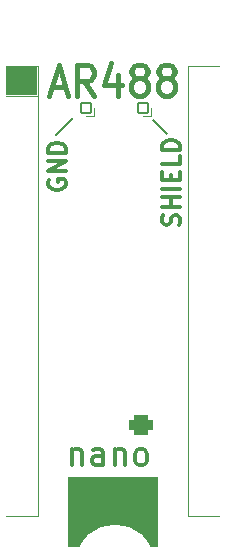
<source format=gto>
G04 #@! TF.GenerationSoftware,KiCad,Pcbnew,6.0.1-79c1e3a40b~116~ubuntu20.04.1*
G04 #@! TF.CreationDate,2022-01-18T16:33:52+01:00*
G04 #@! TF.ProjectId,Nano_GPIB,4e616e6f-5f47-4504-9942-2e6b69636164,rev?*
G04 #@! TF.SameCoordinates,Original*
G04 #@! TF.FileFunction,Legend,Top*
G04 #@! TF.FilePolarity,Positive*
%FSLAX46Y46*%
G04 Gerber Fmt 4.6, Leading zero omitted, Abs format (unit mm)*
G04 Created by KiCad (PCBNEW 6.0.1-79c1e3a40b~116~ubuntu20.04.1) date 2022-01-18 16:33:52*
%MOMM*%
%LPD*%
G01*
G04 APERTURE LIST*
G04 Aperture macros list*
%AMRoundRect*
0 Rectangle with rounded corners*
0 $1 Rounding radius*
0 $2 $3 $4 $5 $6 $7 $8 $9 X,Y pos of 4 corners*
0 Add a 4 corners polygon primitive as box body*
4,1,4,$2,$3,$4,$5,$6,$7,$8,$9,$2,$3,0*
0 Add four circle primitives for the rounded corners*
1,1,$1+$1,$2,$3*
1,1,$1+$1,$4,$5*
1,1,$1+$1,$6,$7*
1,1,$1+$1,$8,$9*
0 Add four rect primitives between the rounded corners*
20,1,$1+$1,$2,$3,$4,$5,0*
20,1,$1+$1,$4,$5,$6,$7,0*
20,1,$1+$1,$6,$7,$8,$9,0*
20,1,$1+$1,$8,$9,$2,$3,0*%
G04 Aperture macros list end*
%ADD10C,0.200000*%
%ADD11C,0.150000*%
%ADD12C,0.300000*%
%ADD13C,0.400000*%
%ADD14C,0.120000*%
%ADD15RoundRect,0.051000X0.425000X0.425000X-0.425000X0.425000X-0.425000X-0.425000X0.425000X-0.425000X0*%
%ADD16C,6.502000*%
%ADD17C,0.902000*%
%ADD18RoundRect,0.451000X0.600000X-0.400000X0.600000X0.400000X-0.600000X0.400000X-0.600000X-0.400000X0*%
%ADD19O,2.102000X1.702000*%
G04 APERTURE END LIST*
D10*
X100693739Y-88088447D02*
X99273739Y-89508447D01*
D11*
X99273739Y-89508447D02*
X100693739Y-88088447D01*
D10*
X107433739Y-88208447D02*
X108693739Y-89418447D01*
D12*
X100612442Y-116117428D02*
X100612442Y-117450761D01*
X100612442Y-116307904D02*
X100707680Y-116212666D01*
X100898157Y-116117428D01*
X101183871Y-116117428D01*
X101374347Y-116212666D01*
X101469585Y-116403142D01*
X101469585Y-117450761D01*
X103279109Y-117450761D02*
X103279109Y-116403142D01*
X103183871Y-116212666D01*
X102993395Y-116117428D01*
X102612442Y-116117428D01*
X102421966Y-116212666D01*
X103279109Y-117355523D02*
X103088633Y-117450761D01*
X102612442Y-117450761D01*
X102421966Y-117355523D01*
X102326728Y-117165047D01*
X102326728Y-116974571D01*
X102421966Y-116784095D01*
X102612442Y-116688857D01*
X103088633Y-116688857D01*
X103279109Y-116593619D01*
X104231490Y-116117428D02*
X104231490Y-117450761D01*
X104231490Y-116307904D02*
X104326728Y-116212666D01*
X104517204Y-116117428D01*
X104802919Y-116117428D01*
X104993395Y-116212666D01*
X105088633Y-116403142D01*
X105088633Y-117450761D01*
X106326728Y-117450761D02*
X106136252Y-117355523D01*
X106041014Y-117260285D01*
X105945776Y-117069809D01*
X105945776Y-116498380D01*
X106041014Y-116307904D01*
X106136252Y-116212666D01*
X106326728Y-116117428D01*
X106612442Y-116117428D01*
X106802919Y-116212666D01*
X106898157Y-116307904D01*
X106993395Y-116498380D01*
X106993395Y-117069809D01*
X106898157Y-117260285D01*
X106802919Y-117355523D01*
X106612442Y-117450761D01*
X106326728Y-117450761D01*
D13*
X98903739Y-85431780D02*
X100046596Y-85431780D01*
X98675167Y-86174637D02*
X99475167Y-83574637D01*
X100275167Y-86174637D01*
X102446596Y-86174637D02*
X101646596Y-84936542D01*
X101075167Y-86174637D02*
X101075167Y-83574637D01*
X101989453Y-83574637D01*
X102218024Y-83698447D01*
X102332310Y-83822256D01*
X102446596Y-84069875D01*
X102446596Y-84441304D01*
X102332310Y-84688923D01*
X102218024Y-84812732D01*
X101989453Y-84936542D01*
X101075167Y-84936542D01*
X104503739Y-84441304D02*
X104503739Y-86174637D01*
X103932310Y-83450827D02*
X103360881Y-85307970D01*
X104846596Y-85307970D01*
X106103739Y-84688923D02*
X105875167Y-84565113D01*
X105760881Y-84441304D01*
X105646596Y-84193685D01*
X105646596Y-84069875D01*
X105760881Y-83822256D01*
X105875167Y-83698447D01*
X106103739Y-83574637D01*
X106560881Y-83574637D01*
X106789453Y-83698447D01*
X106903739Y-83822256D01*
X107018024Y-84069875D01*
X107018024Y-84193685D01*
X106903739Y-84441304D01*
X106789453Y-84565113D01*
X106560881Y-84688923D01*
X106103739Y-84688923D01*
X105875167Y-84812732D01*
X105760881Y-84936542D01*
X105646596Y-85184161D01*
X105646596Y-85679399D01*
X105760881Y-85927018D01*
X105875167Y-86050827D01*
X106103739Y-86174637D01*
X106560881Y-86174637D01*
X106789453Y-86050827D01*
X106903739Y-85927018D01*
X107018024Y-85679399D01*
X107018024Y-85184161D01*
X106903739Y-84936542D01*
X106789453Y-84812732D01*
X106560881Y-84688923D01*
X108389453Y-84688923D02*
X108160881Y-84565113D01*
X108046596Y-84441304D01*
X107932310Y-84193685D01*
X107932310Y-84069875D01*
X108046596Y-83822256D01*
X108160881Y-83698447D01*
X108389453Y-83574637D01*
X108846596Y-83574637D01*
X109075167Y-83698447D01*
X109189453Y-83822256D01*
X109303739Y-84069875D01*
X109303739Y-84193685D01*
X109189453Y-84441304D01*
X109075167Y-84565113D01*
X108846596Y-84688923D01*
X108389453Y-84688923D01*
X108160881Y-84812732D01*
X108046596Y-84936542D01*
X107932310Y-85184161D01*
X107932310Y-85679399D01*
X108046596Y-85927018D01*
X108160881Y-86050827D01*
X108389453Y-86174637D01*
X108846596Y-86174637D01*
X109075167Y-86050827D01*
X109189453Y-85927018D01*
X109303739Y-85679399D01*
X109303739Y-85184161D01*
X109189453Y-84936542D01*
X109075167Y-84812732D01*
X108846596Y-84688923D01*
D12*
X109680881Y-97135589D02*
X109752310Y-96921304D01*
X109752310Y-96564161D01*
X109680881Y-96421304D01*
X109609453Y-96349875D01*
X109466596Y-96278447D01*
X109323739Y-96278447D01*
X109180881Y-96349875D01*
X109109453Y-96421304D01*
X109038024Y-96564161D01*
X108966596Y-96849875D01*
X108895167Y-96992732D01*
X108823739Y-97064161D01*
X108680881Y-97135589D01*
X108538024Y-97135589D01*
X108395167Y-97064161D01*
X108323739Y-96992732D01*
X108252310Y-96849875D01*
X108252310Y-96492732D01*
X108323739Y-96278447D01*
X109752310Y-95635589D02*
X108252310Y-95635589D01*
X108966596Y-95635589D02*
X108966596Y-94778447D01*
X109752310Y-94778447D02*
X108252310Y-94778447D01*
X109752310Y-94064161D02*
X108252310Y-94064161D01*
X108966596Y-93349875D02*
X108966596Y-92849875D01*
X109752310Y-92635589D02*
X109752310Y-93349875D01*
X108252310Y-93349875D01*
X108252310Y-92635589D01*
X109752310Y-91278447D02*
X109752310Y-91992732D01*
X108252310Y-91992732D01*
X109752310Y-90778447D02*
X108252310Y-90778447D01*
X108252310Y-90421304D01*
X108323739Y-90207018D01*
X108466596Y-90064161D01*
X108609453Y-89992732D01*
X108895167Y-89921304D01*
X109109453Y-89921304D01*
X109395167Y-89992732D01*
X109538024Y-90064161D01*
X109680881Y-90207018D01*
X109752310Y-90421304D01*
X109752310Y-90778447D01*
X98663739Y-93301304D02*
X98592310Y-93444161D01*
X98592310Y-93658447D01*
X98663739Y-93872732D01*
X98806596Y-94015589D01*
X98949453Y-94087018D01*
X99235167Y-94158447D01*
X99449453Y-94158447D01*
X99735167Y-94087018D01*
X99878024Y-94015589D01*
X100020881Y-93872732D01*
X100092310Y-93658447D01*
X100092310Y-93515589D01*
X100020881Y-93301304D01*
X99949453Y-93229875D01*
X99449453Y-93229875D01*
X99449453Y-93515589D01*
X100092310Y-92587018D02*
X98592310Y-92587018D01*
X100092310Y-91729875D01*
X98592310Y-91729875D01*
X100092310Y-91015589D02*
X98592310Y-91015589D01*
X98592310Y-90658447D01*
X98663739Y-90444161D01*
X98806596Y-90301304D01*
X98949453Y-90229875D01*
X99235167Y-90158447D01*
X99449453Y-90158447D01*
X99735167Y-90229875D01*
X99878024Y-90301304D01*
X100020881Y-90444161D01*
X100092310Y-90658447D01*
X100092310Y-91015589D01*
D11*
X103339014Y-79985666D02*
X103815204Y-79985666D01*
X103243776Y-80271380D02*
X103577109Y-79271380D01*
X103910442Y-80271380D01*
X104767585Y-80271380D02*
X104196157Y-80271380D01*
X104481871Y-80271380D02*
X104481871Y-79271380D01*
X104386633Y-79414238D01*
X104291395Y-79509476D01*
X104196157Y-79557095D01*
D14*
X102468739Y-87248447D02*
X102468739Y-87933447D01*
X102468739Y-87933447D02*
X101773739Y-87933447D01*
X110403300Y-83629000D02*
X110403300Y-121729000D01*
X110403300Y-83629000D02*
X113073300Y-83629000D01*
X97703300Y-121729000D02*
X95033300Y-121729000D01*
X97703300Y-83629000D02*
X95033300Y-83629000D01*
X110403300Y-121729000D02*
X113073300Y-121729000D01*
X97703300Y-86169000D02*
X97703300Y-121729000D01*
X97703300Y-86169000D02*
X97703300Y-83629000D01*
X97703300Y-86169000D02*
X95033300Y-86169000D01*
X100243300Y-118489000D02*
X107853300Y-118489000D01*
X107853300Y-118489000D02*
X107853300Y-124299000D01*
X107853300Y-124299000D02*
X100243300Y-124299000D01*
X100243300Y-124299000D02*
X100243300Y-118489000D01*
G36*
X100243300Y-118489000D02*
G01*
X107853300Y-118489000D01*
X107853300Y-124299000D01*
X100243300Y-124299000D01*
X100243300Y-118489000D01*
G37*
X95053300Y-83739000D02*
X97593300Y-83739000D01*
X97593300Y-83739000D02*
X97593300Y-86059000D01*
X97593300Y-86059000D02*
X95053300Y-86059000D01*
X95053300Y-86059000D02*
X95053300Y-83739000D01*
G36*
X95053300Y-83739000D02*
G01*
X97593300Y-83739000D01*
X97593300Y-86059000D01*
X95053300Y-86059000D01*
X95053300Y-83739000D01*
G37*
X107278739Y-87873447D02*
X106583739Y-87873447D01*
X107278739Y-87188447D02*
X107278739Y-87873447D01*
%LPC*%
D15*
X101773739Y-87248447D03*
D16*
X104175300Y-78961000D03*
D17*
X104175300Y-81361000D03*
X102478244Y-77263944D03*
X106575300Y-78961000D03*
X105872356Y-80658056D03*
X104175300Y-76561000D03*
X105872356Y-77263944D03*
X101775300Y-78961000D03*
X102478244Y-80658056D03*
X101825300Y-125741000D03*
X102528244Y-127438056D03*
X102528244Y-124043944D03*
X106625300Y-125741000D03*
X105922356Y-124043944D03*
X104225300Y-123341000D03*
X105922356Y-127438056D03*
X104225300Y-128141000D03*
D16*
X104225300Y-125741000D03*
D18*
X106430000Y-114099000D03*
D19*
X106430000Y-111940000D03*
X106430000Y-109781000D03*
X106430000Y-107622000D03*
X106430000Y-105463000D03*
X106430000Y-103304000D03*
X106430000Y-101145000D03*
X106430000Y-98986000D03*
X106430000Y-96827000D03*
X106430000Y-94668000D03*
X106430000Y-92509000D03*
X106430000Y-90350000D03*
X101750000Y-114074500D03*
X101750000Y-111915500D03*
X101750000Y-109756500D03*
X101750000Y-107597500D03*
X101750000Y-105438500D03*
X101750000Y-103279500D03*
X101750000Y-101120500D03*
X101750000Y-98961500D03*
X101750000Y-96802500D03*
X101750000Y-94643500D03*
X101750000Y-92484500D03*
X101750000Y-90325500D03*
D15*
X106583739Y-87188447D03*
M02*

</source>
